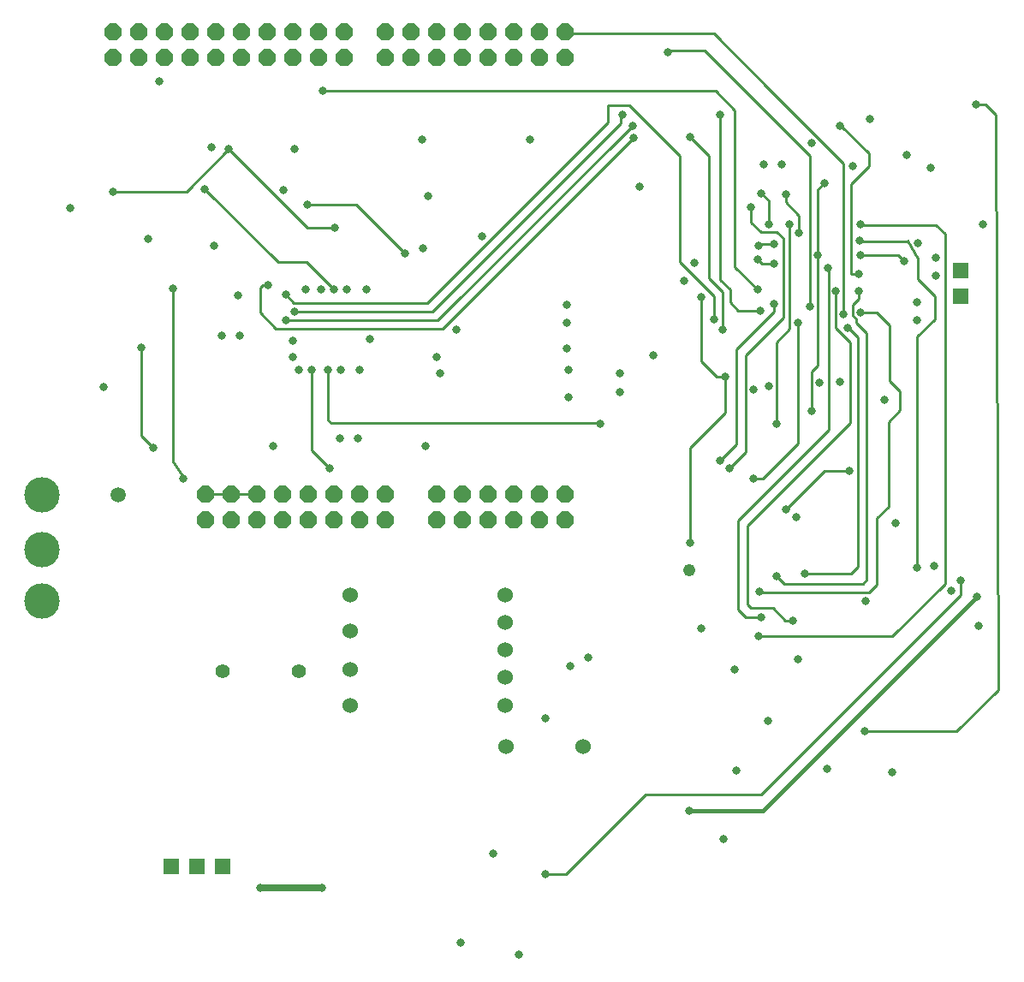
<source format=gbr>
%FSLAX23Y23*%
%MOIN*%
G04 EasyPC Gerber Version 17.0 Build 3379 *
%AMT20*0 Octagon Pad at angle 0*4,1,8,-0.01367,-0.03300,0.01367,-0.03300,0.03300,-0.01367,0.03300,0.01367,0.01367,0.03300,-0.01367,0.03300,-0.03300,0.01367,-0.03300,-0.01367,-0.01367,-0.03300,0*%
%ADD20T20*%
%ADD16R,0.06000X0.06000*%
%ADD24C,0.01000*%
%ADD25C,0.01500*%
%ADD26C,0.02500*%
%ADD22C,0.03150*%
%ADD21C,0.03200*%
%ADD23C,0.04800*%
%ADD19C,0.05512*%
%ADD71C,0.05906*%
%ADD17C,0.06000*%
%ADD18C,0.06000*%
%ADD70C,0.13780*%
X0Y0D02*
D02*
D16*
X968Y646D03*
X1068D03*
X1168D03*
X4041Y2865D03*
Y2965D03*
D02*
D17*
X1664Y1274D03*
X1664Y1411D03*
Y1702D03*
X1664Y1564D03*
X2268Y1381D03*
Y1488D03*
Y1702D03*
X2268Y1595D03*
X2268Y1274D03*
D02*
D18*
X2271Y1111D03*
X2571D03*
D02*
D19*
X1168Y1407D03*
X1463D03*
D02*
D70*
X464Y1678D03*
Y1878D03*
Y2091D03*
D02*
D71*
X759Y2092D03*
D02*
D20*
X740Y3795D03*
Y3895D03*
X840Y3795D03*
Y3895D03*
X940Y3795D03*
Y3895D03*
X1040Y3795D03*
Y3895D03*
X1100Y1995D03*
Y2095D03*
X1140Y3795D03*
Y3895D03*
X1200Y1995D03*
Y2095D03*
X1240Y3795D03*
Y3895D03*
X1300Y1995D03*
Y2095D03*
X1340Y3795D03*
Y3895D03*
X1400Y1995D03*
Y2095D03*
X1440Y3795D03*
Y3895D03*
X1500Y1995D03*
Y2095D03*
X1540Y3795D03*
Y3895D03*
X1600Y1995D03*
Y2095D03*
X1640Y3795D03*
Y3895D03*
X1700Y1995D03*
Y2095D03*
X1800Y1995D03*
Y2095D03*
Y3795D03*
Y3895D03*
X1900Y3795D03*
Y3895D03*
X2000Y1995D03*
Y2095D03*
Y3795D03*
Y3895D03*
X2100Y1995D03*
Y2095D03*
Y3795D03*
Y3895D03*
X2200Y1995D03*
Y2095D03*
Y3795D03*
Y3895D03*
X2300Y1995D03*
Y2095D03*
Y3795D03*
Y3895D03*
X2400Y1995D03*
Y2095D03*
Y3795D03*
Y3895D03*
X2500Y1995D03*
Y2095D03*
Y3795D03*
Y3895D03*
D02*
D21*
X575Y3209D03*
X702Y2514D03*
X739Y3274D03*
X849Y2665D03*
X877Y3089D03*
X897Y2275D03*
X920Y3701D03*
X974Y2896D03*
X1013Y2157D03*
X1098Y3282D03*
X1124Y3445D03*
X1133Y3061D03*
X1162Y2714D03*
X1191Y3439D03*
X1227Y2869D03*
X1232Y2714D03*
X1314Y561D03*
X1345Y2910D03*
X1362Y2283D03*
X1405Y3280D03*
X1412Y2773D03*
X1413Y2871D03*
X1439Y2628D03*
Y2691D03*
X1446Y2807D03*
X1448Y3439D03*
X1464Y2578D03*
X1489Y2891D03*
X1498Y3223D03*
X1514Y2578D03*
X1551Y2891D03*
X1554Y561D03*
X1556Y3666D03*
X1576Y2578D03*
X1583Y2196D03*
X1601Y2891D03*
X1604Y3132D03*
X1622Y2314D03*
X1626Y2578D03*
X1651Y2891D03*
X1692Y2314D03*
X1701Y2578D03*
X1726Y2891D03*
X1740Y2699D03*
X1877Y3034D03*
X1942Y3477D03*
X1947Y3054D03*
X1957Y2281D03*
X1966Y3257D03*
X2001Y2628D03*
X2014Y2566D03*
X2077Y2736D03*
X2177Y3099D03*
X2320Y303D03*
X2365Y3477D03*
X2424Y617D03*
X2425Y1222D03*
X2507Y2664D03*
Y2764D03*
Y2834D03*
X2512Y2579D03*
X2512Y2471D03*
X2521Y1425D03*
X2636Y2369D03*
X2714Y2491D03*
Y2566D03*
X2723Y3571D03*
X2763Y3530D03*
X2767Y3484D03*
X2789Y3294D03*
X2845Y2637D03*
X2900Y3815D03*
X2962Y2927D03*
X2983Y861D03*
X2987Y1906D03*
Y3486D03*
X3005Y2997D03*
X3029Y1571D03*
X3030Y2862D03*
X3080Y2775D03*
X3104Y2227D03*
X3105Y3571D03*
X3114Y2735D03*
X3118Y752D03*
X3124Y2551D03*
X3140Y2196D03*
X3159Y1411D03*
X3166Y1019D03*
X3225Y3212D03*
X3232Y2157D03*
X3234Y2503D03*
X3249Y2891D03*
X3250Y3010D03*
X3252Y1542D03*
Y3061D03*
X3257Y1717D03*
X3259Y2810D03*
X3264Y1615D03*
X3265Y3267D03*
X3273Y3380D03*
X3289Y1211D03*
X3294Y3146D03*
X3295Y2517D03*
X3314Y2835D03*
X3315Y2993D03*
Y3068D03*
X3322Y1777D03*
X3324Y2369D03*
X3343Y3380D03*
X3360Y3262D03*
X3361Y2036D03*
X3375Y3147D03*
X3387Y1602D03*
X3401Y2006D03*
X3407Y1453D03*
X3408Y2764D03*
X3411Y3114D03*
X3433Y1786D03*
X3453Y2826D03*
X3460Y2419D03*
X3461Y3463D03*
X3484Y3026D03*
X3491Y2530D03*
X3510Y3307D03*
X3521Y1025D03*
X3523Y2975D03*
X3554Y2886D03*
X3569Y3530D03*
X3570Y2532D03*
X3584Y2796D03*
X3599Y2741D03*
X3606Y2187D03*
X3620Y3372D03*
X3644Y2952D03*
X3645Y2887D03*
X3648Y3081D03*
X3649Y3026D03*
Y3146D03*
X3650Y2802D03*
X3667Y1171D03*
X3669Y1678D03*
X3687Y3555D03*
X3744Y2461D03*
X3772Y1012D03*
X3787Y1983D03*
X3820Y3002D03*
X3831Y3417D03*
X3870Y2772D03*
Y2842D03*
X3871Y1809D03*
X3875Y3072D03*
X3924Y3366D03*
X3938Y1815D03*
X3944Y2946D03*
Y3016D03*
X4040Y1759D03*
X4099Y3611D03*
X4105Y1697D03*
X4111Y1581D03*
X4127Y3146D03*
D02*
D22*
X2095Y348D03*
X2219Y695D03*
X2590Y1458D03*
X4005Y1718D03*
D02*
D23*
X2982Y1799D03*
D02*
D24*
X739Y3274D02*
X1026D01*
X1191Y3439*
X897Y2275D02*
X849Y2323D01*
Y2665*
X974Y2896D02*
Y2282D01*
X975Y2281*
Y2221*
X1013Y2163*
Y2157*
X1100Y2095D02*
X1200D01*
X1300*
X1412Y2773D02*
X2004D01*
X2762Y3530*
X2763*
X1446Y2807D02*
Y2806D01*
X1983*
X2716Y3539*
Y3571*
X2723*
X1576Y2578D02*
Y2384D01*
X1589Y2372*
X2638*
X2636Y2369*
X1583Y2196D02*
X1514Y2265D01*
Y2578*
X1601Y2891D02*
X1492Y3000D01*
X1383*
X1098Y3284*
Y3282*
X1604Y3132D02*
X1589Y3133D01*
X1498*
X1191Y3440*
Y3439*
X1191*
X1877Y3034D02*
X1688Y3223D01*
X1498*
X2767Y3484D02*
X2022Y2739D01*
X1375*
X1312Y2802*
Y2899*
X1323Y2910*
X1345*
X3080Y2775D02*
Y2865D01*
X2947Y2998*
Y3413*
X2751Y3609*
X2667*
Y3544*
X1962Y2839*
X1445*
X1413Y2871*
X3114Y2735D02*
Y2882D01*
X3061Y2935*
Y3412*
X2987Y3486*
X3124Y2551D02*
Y2412D01*
X2987Y2275*
Y1906*
X3124Y2551D02*
X3089D01*
X3029Y2611*
Y2861*
X3030Y2862*
X3225Y3212D02*
Y3154D01*
X3264Y3116*
X3324*
X3349Y3091*
Y2781*
X3264Y2696*
Y2695*
X3204Y2635*
Y2259*
X3140Y2196*
X3249Y2891D02*
X3161Y2978D01*
Y3590*
X3086Y3665*
X1556*
Y3666*
X3259Y2810D02*
X3173D01*
X3143Y2841*
Y2891*
X3104Y2930*
Y3571*
X3105*
X3264Y1615D02*
X3205D01*
X3174Y1646*
Y1993*
X3526Y2345*
Y2975*
X3523*
X3294Y3146D02*
Y3239D01*
X3265Y3267*
X3314Y2835D02*
Y2806D01*
X3207Y2699*
X3206*
X3166Y2659*
Y2290*
X3104Y2227*
X3315Y2993D02*
X3266D01*
X3250Y3010*
X3315Y3068D02*
X3260D01*
X3252Y3061*
X3324Y2369D02*
Y2687D01*
X3375Y2739*
Y3147*
X3387Y1602D02*
X3358D01*
X3309Y1651*
X3224*
X3209Y1666*
Y1971*
X3354Y2116*
X3354*
X3485Y2247*
Y2247*
X3609Y2372*
Y2685*
X3554Y2741*
Y2886*
X3408Y2764D02*
X3407D01*
Y2292*
X3271Y2156*
X3232*
Y2157*
X3411Y3114D02*
Y3179D01*
X3359Y3231*
Y3261*
X3360Y3262*
X3453Y2826D02*
Y3413D01*
X3043Y3823*
X2909*
X2900Y3815*
X3460Y2419D02*
Y2572D01*
X3484Y2596*
Y3026*
Y3281*
X3510Y3307*
X3584Y2796D02*
Y3383D01*
X3305Y3662*
Y3664*
X3080Y3888*
X2507*
X2500Y3895*
X3599Y2741D02*
X3604D01*
X3639Y2706*
Y1811*
X3614Y1786*
X3433*
X3433Y1786*
X3606Y2187D02*
X3510D01*
X3359Y2036*
X3361*
X3361Y2036*
X3644Y2952D02*
X3614D01*
Y3301*
X3684Y3371*
Y3421*
X3574Y3530*
X3569*
X3645Y2887D02*
Y2857D01*
X3619Y2831*
Y2791*
X3634Y2776*
Y2761*
X3674Y2721*
Y1761*
X3659Y1746*
X3354*
X3322Y1777*
X3649Y3026D02*
X3797D01*
X3820Y3002*
X3649Y3146D02*
Y3144D01*
X3944*
X3979Y3109*
Y1747*
X3774Y1542*
X3252*
X3650Y2802D02*
X3712D01*
X3764Y2751*
Y2536*
X3804Y2496*
Y2421*
X3759Y2376*
Y2046*
X3714Y2001*
Y1741*
X3684Y1711*
X3264*
X3257Y1717*
X3871Y1809D02*
Y2709D01*
X3939Y2776*
Y2866*
X3874Y2931*
Y3011*
X3834Y3082*
X3836Y3080*
X3648*
Y3081*
X4040Y1759D02*
Y1703D01*
X3262Y925*
X2813*
X2505Y617*
X2424*
X4099Y3611D02*
X4137D01*
X4176Y3573*
X4186Y1334*
X4024Y1171*
X3667*
D02*
D25*
X4105Y1697D02*
X3269Y861D01*
X2983*
D02*
D26*
X1554Y561D02*
X1314D01*
X1314Y561*
X0Y0D02*
M02*

</source>
